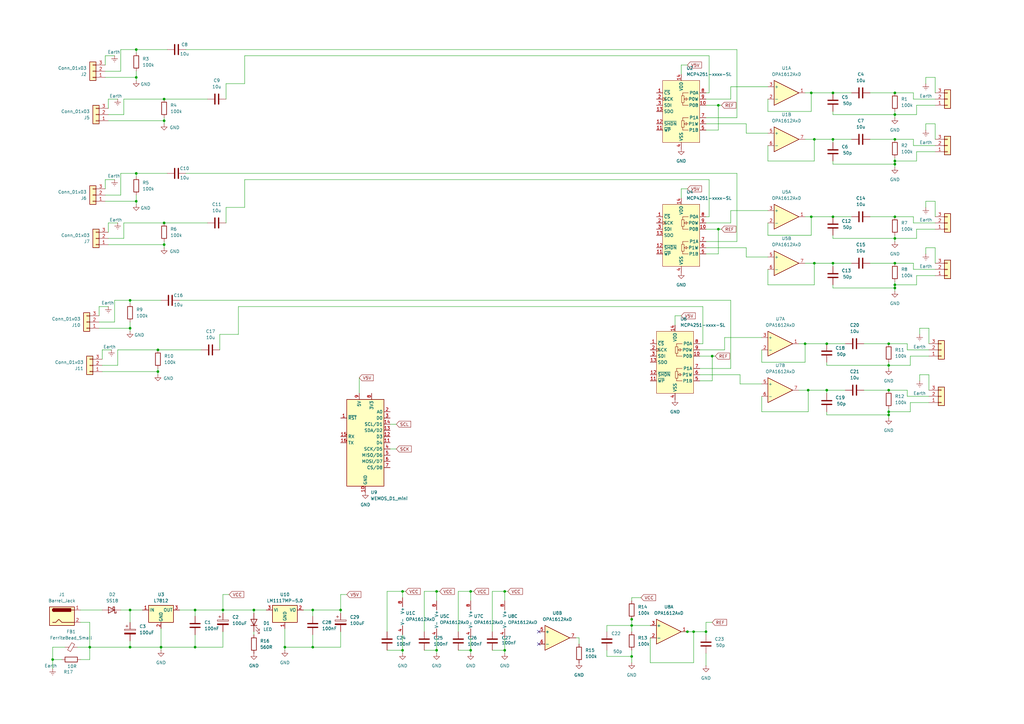
<source format=kicad_sch>
(kicad_sch (version 20250114) (generator "eeschema") (generator_version "9.0")
  (paper "A3")
  (junction (at 193.04 266.7))
  (junction (at 207.01 266.7))
  (junction (at 55.88 82.55))
  (junction (at 53.34 250.19))
  (junction (at 294.64 43.18))
  (junction (at 364.49 160.02))
  (junction (at 367.03 107.95))
  (junction (at 80.01 250.19))
  (junction (at 367.03 97.79))
  (junction (at 367.03 116.84))
  (junction (at 53.34 134.62))
  (junction (at 66.04 265.43))
  (junction (at 91.44 250.19))
  (junction (at 193.04 242.57))
  (junction (at 64.77 143.51))
  (junction (at 332.74 88.9))
  (junction (at 207.01 242.57))
  (junction (at 55.88 20.32))
  (junction (at 128.27 265.43))
  (junction (at 341.63 107.95))
  (junction (at 67.31 91.44))
  (junction (at 128.27 250.19))
  (junction (at 21.59 270.51))
  (junction (at 341.63 57.15))
  (junction (at 67.31 100.33))
  (junction (at 116.84 265.43))
  (junction (at 367.03 118.11))
  (junction (at 104.14 250.19))
  (junction (at 292.1 146.05))
  (junction (at 67.31 40.64))
  (junction (at 259.08 269.24))
  (junction (at 331.47 160.02))
  (junction (at 53.34 123.19))
  (junction (at 80.01 265.43))
  (junction (at 67.31 49.53))
  (junction (at 53.34 265.43))
  (junction (at 55.88 31.75))
  (junction (at 259.08 256.54))
  (junction (at 339.09 160.02))
  (junction (at 139.7 250.19))
  (junction (at 364.49 149.86))
  (junction (at 364.49 170.18))
  (junction (at 367.03 88.9))
  (junction (at 367.03 38.1))
  (junction (at 289.56 259.08))
  (junction (at 165.1 242.57))
  (junction (at 367.03 66.04))
  (junction (at 165.1 266.7))
  (junction (at 367.03 46.99))
  (junction (at 364.49 168.91))
  (junction (at 281.94 259.08))
  (junction (at 294.64 93.98))
  (junction (at 284.48 259.08))
  (junction (at 339.09 140.97))
  (junction (at 179.07 266.7))
  (junction (at 341.63 38.1))
  (junction (at 330.2 140.97))
  (junction (at 332.74 38.1))
  (junction (at 341.63 88.9))
  (junction (at 367.03 57.15))
  (junction (at 179.07 242.57))
  (junction (at 367.03 67.31))
  (junction (at 334.01 57.15))
  (junction (at 64.77 152.4))
  (junction (at 36.83 265.43))
  (junction (at 334.01 107.95))
  (junction (at 55.88 71.12))
  (junction (at 364.49 140.97))
  (junction (at 259.08 254))
  (no_connect (at 220.98 264.16))
  (no_connect (at 220.98 259.08))
  (wire (pts (xy 302.26 99.06) (xy 289.56 99.06)))
  (wire (pts (xy 339.09 160.02) (xy 346.71 160.02)))
  (wire (pts (xy 334.01 57.15) (xy 341.63 57.15)))
  (wire (pts (xy 297.18 138.43) (xy 297.18 143.51)))
  (wire (pts (xy 299.72 86.36) (xy 299.72 91.44)))
  (wire (pts (xy 367.03 97.79) (xy 375.92 97.79)))
  (wire (pts (xy 43.18 73.66) (xy 46.99 73.66)))
  (wire (pts (xy 43.18 77.47) (xy 43.18 73.66)))
  (wire (pts (xy 364.49 168.91) (xy 373.38 168.91)))
  (wire (pts (xy 374.65 40.64) (xy 374.65 38.1)))
  (wire (pts (xy 314.96 66.04) (xy 334.01 66.04)))
  (wire (pts (xy 50.8 91.44) (xy 67.31 91.44)))
  (wire (pts (xy 312.42 157.48) (xy 303.53 157.48)))
  (wire (pts (xy 21.59 274.32) (xy 21.59 270.51)))
  (wire (pts (xy 364.49 149.86) (xy 373.38 149.86)))
  (wire (pts (xy 292.1 255.27) (xy 289.56 255.27)))
  (wire (pts (xy 314.96 116.84) (xy 334.01 116.84)))
  (wire (pts (xy 339.09 170.18) (xy 364.49 170.18)))
  (wire (pts (xy 332.74 88.9) (xy 341.63 88.9)))
  (wire (pts (xy 187.96 259.08) (xy 187.96 242.57)))
  (wire (pts (xy 53.34 250.19) (xy 58.42 250.19)))
  (wire (pts (xy 53.34 123.19) (xy 53.34 124.46)))
  (wire (pts (xy 297.18 143.51) (xy 287.02 143.51)))
  (wire (pts (xy 50.8 46.99) (xy 50.8 40.64)))
  (wire (pts (xy 49.53 80.01) (xy 49.53 71.12)))
  (wire (pts (xy 289.56 267.97) (xy 289.56 273.05)))
  (wire (pts (xy 364.49 140.97) (xy 372.11 140.97)))
  (wire (pts (xy 299.72 86.36) (xy 314.96 86.36)))
  (wire (pts (xy 248.92 269.24) (xy 259.08 269.24)))
  (wire (pts (xy 165.1 242.57) (xy 165.1 245.11)))
  (wire (pts (xy 259.08 245.11) (xy 259.08 246.38)))
  (wire (pts (xy 248.92 256.54) (xy 259.08 256.54)))
  (wire (pts (xy 373.38 146.05) (xy 373.38 149.86)))
  (wire (pts (xy 248.92 259.08) (xy 248.92 256.54)))
  (wire (pts (xy 287.02 156.21) (xy 292.1 156.21)))
  (wire (pts (xy 33.02 255.27) (xy 36.83 255.27)))
  (wire (pts (xy 43.18 82.55) (xy 55.88 82.55)))
  (wire (pts (xy 207.01 266.7) (xy 207.01 261.62)))
  (wire (pts (xy 332.74 38.1) (xy 330.2 38.1)))
  (wire (pts (xy 44.45 44.45) (xy 44.45 40.64)))
  (wire (pts (xy 379.73 104.14) (xy 379.73 101.6)))
  (wire (pts (xy 379.73 101.6) (xy 383.54 101.6)))
  (wire (pts (xy 193.04 266.7) (xy 193.04 261.62)))
  (wire (pts (xy 367.03 118.11) (xy 367.03 116.84)))
  (wire (pts (xy 193.04 267.97) (xy 193.04 266.7)))
  (wire (pts (xy 375.92 43.18) (xy 375.92 46.99)))
  (wire (pts (xy 332.74 45.72) (xy 332.74 38.1)))
  (wire (pts (xy 259.08 254) (xy 259.08 256.54)))
  (wire (pts (xy 279.4 259.08) (xy 281.94 259.08)))
  (wire (pts (xy 367.03 68.58) (xy 367.03 67.31)))
  (wire (pts (xy 53.34 134.62) (xy 53.34 135.89)))
  (wire (pts (xy 67.31 48.26) (xy 67.31 49.53)))
  (wire (pts (xy 314.96 91.44) (xy 314.96 96.52)))
  (wire (pts (xy 281.94 259.08) (xy 284.48 259.08)))
  (wire (pts (xy 375.92 93.98) (xy 375.92 97.79)))
  (wire (pts (xy 302.26 20.32) (xy 302.26 48.26)))
  (wire (pts (xy 383.54 93.98) (xy 375.92 93.98)))
  (wire (pts (xy 55.88 71.12) (xy 68.58 71.12)))
  (wire (pts (xy 364.49 160.02) (xy 372.11 160.02)))
  (wire (pts (xy 44.45 95.25) (xy 44.45 91.44)))
  (wire (pts (xy 97.79 137.16) (xy 90.17 137.16)))
  (wire (pts (xy 339.09 148.59) (xy 339.09 149.86)))
  (wire (pts (xy 33.02 270.51) (xy 36.83 270.51)))
  (wire (pts (xy 367.03 107.95) (xy 374.65 107.95)))
  (wire (pts (xy 33.02 250.19) (xy 41.91 250.19)))
  (wire (pts (xy 104.14 259.08) (xy 104.14 260.35)))
  (wire (pts (xy 36.83 270.51) (xy 36.83 265.43)))
  (wire (pts (xy 90.17 137.16) (xy 90.17 143.51)))
  (wire (pts (xy 91.44 250.19) (xy 104.14 250.19)))
  (wire (pts (xy 41.91 147.32) (xy 41.91 143.51)))
  (wire (pts (xy 276.86 129.54) (xy 276.86 133.35)))
  (wire (pts (xy 259.08 269.24) (xy 259.08 271.78)))
  (wire (pts (xy 43.18 80.01) (xy 49.53 80.01)))
  (wire (pts (xy 193.04 242.57) (xy 193.04 246.38)))
  (wire (pts (xy 179.07 266.7) (xy 179.07 261.62)))
  (wire (pts (xy 44.45 91.44) (xy 48.26 91.44)))
  (wire (pts (xy 43.18 26.67) (xy 43.18 22.86)))
  (wire (pts (xy 381 143.51) (xy 372.11 143.51)))
  (wire (pts (xy 367.03 116.84) (xy 375.92 116.84)))
  (wire (pts (xy 339.09 160.02) (xy 339.09 161.29)))
  (wire (pts (xy 41.91 152.4) (xy 64.77 152.4)))
  (wire (pts (xy 160.02 184.15) (xy 162.56 184.15)))
  (wire (pts (xy 67.31 99.06) (xy 67.31 100.33)))
  (wire (pts (xy 303.53 153.67) (xy 287.02 153.67)))
  (wire (pts (xy 53.34 265.43) (xy 66.04 265.43)))
  (wire (pts (xy 341.63 57.15) (xy 349.25 57.15)))
  (wire (pts (xy 97.79 125.73) (xy 288.29 125.73)))
  (wire (pts (xy 314.96 40.64) (xy 314.96 45.72)))
  (wire (pts (xy 334.01 116.84) (xy 334.01 107.95)))
  (wire (pts (xy 44.45 40.64) (xy 48.26 40.64)))
  (wire (pts (xy 44.45 100.33) (xy 67.31 100.33)))
  (wire (pts (xy 36.83 265.43) (xy 53.34 265.43)))
  (wire (pts (xy 383.54 31.75) (xy 383.54 38.1)))
  (wire (pts (xy 173.99 259.08) (xy 173.99 242.57)))
  (wire (pts (xy 339.09 149.86) (xy 364.49 149.86)))
  (wire (pts (xy 201.93 266.7) (xy 207.01 266.7)))
  (wire (pts (xy 55.88 29.21) (xy 55.88 31.75)))
  (wire (pts (xy 306.07 50.8) (xy 289.56 50.8)))
  (wire (pts (xy 284.48 271.78) (xy 284.48 259.08)))
  (wire (pts (xy 373.38 165.1) (xy 373.38 168.91)))
  (wire (pts (xy 100.33 73.66) (xy 100.33 85.09)))
  (wire (pts (xy 312.42 162.56) (xy 312.42 168.91)))
  (wire (pts (xy 139.7 243.84) (xy 142.24 243.84)))
  (wire (pts (xy 80.01 265.43) (xy 91.44 265.43)))
  (wire (pts (xy 66.04 265.43) (xy 80.01 265.43)))
  (wire (pts (xy 330.2 140.97) (xy 339.09 140.97)))
  (wire (pts (xy 201.93 242.57) (xy 207.01 242.57)))
  (wire (pts (xy 379.73 82.55) (xy 383.54 82.55)))
  (wire (pts (xy 367.03 46.99) (xy 375.92 46.99)))
  (wire (pts (xy 165.1 266.7) (xy 165.1 260.35)))
  (wire (pts (xy 55.88 80.01) (xy 55.88 82.55)))
  (wire (pts (xy 116.84 265.43) (xy 128.27 265.43)))
  (wire (pts (xy 266.7 261.62) (xy 266.7 271.78)))
  (wire (pts (xy 158.75 266.7) (xy 165.1 266.7)))
  (wire (pts (xy 381 146.05) (xy 373.38 146.05)))
  (wire (pts (xy 85.09 40.64) (xy 67.31 40.64)))
  (wire (pts (xy 303.53 157.48) (xy 303.53 153.67)))
  (wire (pts (xy 367.03 46.99) (xy 367.03 45.72)))
  (wire (pts (xy 64.77 152.4) (xy 64.77 153.67)))
  (wire (pts (xy 334.01 66.04) (xy 334.01 57.15)))
  (wire (pts (xy 55.88 31.75) (xy 55.88 33.02)))
  (wire (pts (xy 46.99 132.08) (xy 46.99 123.19)))
  (wire (pts (xy 40.64 132.08) (xy 46.99 132.08)))
  (wire (pts (xy 302.26 71.12) (xy 302.26 99.06)))
  (wire (pts (xy 187.96 266.7) (xy 193.04 266.7)))
  (wire (pts (xy 50.8 97.79) (xy 50.8 91.44)))
  (wire (pts (xy 381 134.62) (xy 381 140.97)))
  (wire (pts (xy 367.03 119.38) (xy 367.03 118.11)))
  (wire (pts (xy 341.63 107.95) (xy 349.25 107.95)))
  (wire (pts (xy 187.96 242.57) (xy 193.04 242.57)))
  (wire (pts (xy 266.7 271.78) (xy 284.48 271.78)))
  (wire (pts (xy 334.01 107.95) (xy 341.63 107.95)))
  (wire (pts (xy 147.32 154.94) (xy 147.32 161.29)))
  (wire (pts (xy 289.56 260.35) (xy 289.56 259.08)))
  (wire (pts (xy 248.92 266.7) (xy 248.92 269.24)))
  (wire (pts (xy 289.56 38.1) (xy 290.83 38.1)))
  (wire (pts (xy 346.71 140.97) (xy 339.09 140.97)))
  (wire (pts (xy 100.33 22.86) (xy 290.83 22.86)))
  (wire (pts (xy 383.54 50.8) (xy 383.54 57.15)))
  (wire (pts (xy 377.19 153.67) (xy 381 153.67)))
  (wire (pts (xy 306.07 54.61) (xy 306.07 50.8)))
  (wire (pts (xy 279.4 26.67) (xy 279.4 30.48)))
  (wire (pts (xy 367.03 57.15) (xy 374.65 57.15)))
  (wire (pts (xy 40.64 134.62) (xy 53.34 134.62)))
  (wire (pts (xy 49.53 20.32) (xy 55.88 20.32)))
  (wire (pts (xy 180.34 242.57) (xy 179.07 242.57)))
  (wire (pts (xy 331.47 168.91) (xy 331.47 160.02)))
  (wire (pts (xy 173.99 266.7) (xy 179.07 266.7)))
  (wire (pts (xy 21.59 270.51) (xy 25.4 270.51)))
  (wire (pts (xy 43.18 22.86) (xy 46.99 22.86)))
  (wire (pts (xy 21.59 270.51) (xy 21.59 265.43)))
  (wire (pts (xy 332.74 96.52) (xy 332.74 88.9)))
  (wire (pts (xy 44.45 97.79) (xy 50.8 97.79)))
  (wire (pts (xy 179.07 242.57) (xy 179.07 246.38)))
  (wire (pts (xy 139.7 250.19) (xy 139.7 251.46)))
  (wire (pts (xy 294.64 53.34) (xy 294.64 43.18)))
  (wire (pts (xy 262.89 245.11) (xy 259.08 245.11)))
  (wire (pts (xy 289.56 43.18) (xy 294.64 43.18)))
  (wire (pts (xy 40.64 125.73) (xy 44.45 125.73)))
  (wire (pts (xy 364.49 171.45) (xy 364.49 170.18)))
  (wire (pts (xy 287.02 146.05) (xy 292.1 146.05)))
  (wire (pts (xy 314.96 110.49) (xy 314.96 116.84)))
  (wire (pts (xy 312.42 148.59) (xy 330.2 148.59)))
  (wire (pts (xy 356.87 57.15) (xy 367.03 57.15)))
  (wire (pts (xy 367.03 66.04) (xy 375.92 66.04)))
  (wire (pts (xy 80.01 260.35) (xy 80.01 265.43)))
  (wire (pts (xy 139.7 243.84) (xy 139.7 250.19)))
  (wire (pts (xy 160.02 173.99) (xy 162.56 173.99)))
  (wire (pts (xy 290.83 22.86) (xy 290.83 38.1)))
  (wire (pts (xy 289.56 104.14) (xy 294.64 104.14)))
  (wire (pts (xy 314.96 96.52) (xy 332.74 96.52)))
  (wire (pts (xy 259.08 256.54) (xy 266.7 256.54)))
  (wire (pts (xy 97.79 125.73) (xy 97.79 137.16)))
  (wire (pts (xy 76.2 71.12) (xy 302.26 71.12)))
  (wire (pts (xy 294.64 93.98) (xy 295.91 93.98)))
  (wire (pts (xy 100.33 22.86) (xy 100.33 34.29)))
  (wire (pts (xy 55.88 20.32) (xy 55.88 21.59)))
  (wire (pts (xy 100.33 73.66) (xy 290.83 73.66)))
  (wire (pts (xy 48.26 149.86) (xy 48.26 143.51)))
  (wire (pts (xy 41.91 143.51) (xy 45.72 143.51)))
  (wire (pts (xy 44.45 49.53) (xy 67.31 49.53)))
  (wire (pts (xy 67.31 49.53) (xy 67.31 50.8)))
  (wire (pts (xy 341.63 67.31) (xy 367.03 67.31)))
  (wire (pts (xy 48.26 143.51) (xy 64.77 143.51)))
  (wire (pts (xy 339.09 168.91) (xy 339.09 170.18)))
  (wire (pts (xy 289.56 53.34) (xy 294.64 53.34)))
  (wire (pts (xy 67.31 100.33) (xy 67.31 101.6)))
  (wire (pts (xy 375.92 113.03) (xy 375.92 116.84)))
  (wire (pts (xy 259.08 266.7) (xy 259.08 269.24)))
  (wire (pts (xy 292.1 146.05) (xy 293.37 146.05)))
  (wire (pts (xy 284.48 259.08) (xy 289.56 259.08)))
  (wire (pts (xy 377.19 137.16) (xy 377.19 134.62)))
  (wire (pts (xy 332.74 88.9) (xy 330.2 88.9)))
  (wire (pts (xy 367.03 99.06) (xy 367.03 97.79)))
  (wire (pts (xy 53.34 132.08) (xy 53.34 134.62)))
  (wire (pts (xy 379.73 34.29) (xy 379.73 31.75)))
  (wire (pts (xy 379.73 53.34) (xy 379.73 50.8)))
  (wire (pts (xy 383.54 110.49) (xy 374.65 110.49)))
  (wire (pts (xy 331.47 160.02) (xy 339.09 160.02)))
  (wire (pts (xy 314.96 54.61) (xy 306.07 54.61)))
  (wire (pts (xy 341.63 45.72) (xy 341.63 46.99)))
  (wire (pts (xy 116.84 265.43) (xy 116.84 266.7)))
  (wire (pts (xy 383.54 101.6) (xy 383.54 107.95)))
  (wire (pts (xy 341.63 46.99) (xy 367.03 46.99)))
  (wire (pts (xy 372.11 143.51) (xy 372.11 140.97)))
  (wire (pts (xy 104.14 250.19) (xy 109.22 250.19)))
  (wire (pts (xy 55.88 82.55) (xy 55.88 83.82)))
  (wire (pts (xy 259.08 256.54) (xy 259.08 259.08)))
  (wire (pts (xy 259.08 252.73) (xy 259.08 254)))
  (wire (pts (xy 377.19 134.62) (xy 381 134.62)))
  (wire (pts (xy 49.53 29.21) (xy 49.53 20.32)))
  (wire (pts (xy 341.63 66.04) (xy 341.63 67.31)))
  (wire (pts (xy 367.03 67.31) (xy 367.03 66.04)))
  (wire (pts (xy 372.11 162.56) (xy 372.11 160.02)))
  (wire (pts (xy 124.46 250.19) (xy 128.27 250.19)))
  (wire (pts (xy 128.27 250.19) (xy 139.7 250.19)))
  (wire (pts (xy 332.74 38.1) (xy 341.63 38.1)))
  (wire (pts (xy 383.54 91.44) (xy 374.65 91.44)))
  (wire (pts (xy 287.02 140.97) (xy 288.29 140.97)))
  (wire (pts (xy 55.88 20.32) (xy 68.58 20.32)))
  (wire (pts (xy 100.33 34.29) (xy 92.71 34.29)))
  (wire (pts (xy 91.44 243.84) (xy 93.98 243.84)))
  (wire (pts (xy 294.64 43.18) (xy 295.91 43.18)))
  (wire (pts (xy 207.01 242.57) (xy 207.01 246.38)))
  (wire (pts (xy 367.03 88.9) (xy 374.65 88.9)))
  (wire (pts (xy 379.73 31.75) (xy 383.54 31.75)))
  (wire (pts (xy 236.22 261.62) (xy 237.49 261.62)))
  (wire (pts (xy 80.01 250.19) (xy 91.44 250.19)))
  (wire (pts (xy 299.72 35.56) (xy 314.96 35.56)))
  (wire (pts (xy 49.53 250.19) (xy 53.34 250.19)))
  (wire (pts (xy 193.04 242.57) (xy 194.31 242.57)))
  (wire (pts (xy 364.49 151.13) (xy 364.49 149.86)))
  (wire (pts (xy 341.63 97.79) (xy 367.03 97.79)))
  (wire (pts (xy 207.01 242.57) (xy 208.28 242.57)))
  (wire (pts (xy 100.33 85.09) (xy 92.71 85.09)))
  (wire (pts (xy 128.27 252.73) (xy 128.27 250.19)))
  (wire (pts (xy 36.83 255.27) (xy 36.83 265.43)))
  (wire (pts (xy 40.64 129.54) (xy 40.64 125.73)))
  (wire (pts (xy 383.54 82.55) (xy 383.54 88.9)))
  (wire (pts (xy 341.63 96.52) (xy 341.63 97.79)))
  (wire (pts (xy 41.91 149.86) (xy 48.26 149.86)))
  (wire (pts (xy 179.07 267.97) (xy 179.07 266.7)))
  (wire (pts (xy 53.34 250.19) (xy 53.34 255.27)))
  (wire (pts (xy 312.42 168.91) (xy 331.47 168.91)))
  (wire (pts (xy 364.49 149.86) (xy 364.49 148.59)))
  (wire (pts (xy 367.03 66.04) (xy 367.03 64.77)))
  (wire (pts (xy 82.55 143.51) (xy 64.77 143.51)))
  (wire (pts (xy 53.34 262.89) (xy 53.34 265.43)))
  (wire (pts (xy 91.44 250.19) (xy 91.44 251.46)))
  (wire (pts (xy 374.65 110.49) (xy 374.65 107.95)))
  (wire (pts (xy 31.75 265.43) (xy 36.83 265.43)))
  (wire (pts (xy 158.75 259.08) (xy 158.75 242.57)))
  (wire (pts (xy 314.96 59.69) (xy 314.96 66.04)))
  (wire (pts (xy 49.53 71.12) (xy 55.88 71.12)))
  (wire (pts (xy 66.04 265.43) (xy 66.04 257.81)))
  (wire (pts (xy 91.44 259.08) (xy 91.44 265.43)))
  (wire (pts (xy 367.03 97.79) (xy 367.03 96.52)))
  (wire (pts (xy 207.01 267.97) (xy 207.01 266.7)))
  (wire (pts (xy 128.27 260.35) (xy 128.27 265.43)))
  (wire (pts (xy 289.56 88.9) (xy 290.83 88.9)))
  (wire (pts (xy 279.4 77.47) (xy 279.4 81.28)))
  (wire (pts (xy 288.29 125.73) (xy 288.29 140.97)))
  (wire (pts (xy 383.54 43.18) (xy 375.92 43.18)))
  (wire (pts (xy 364.49 170.18) (xy 364.49 168.91)))
  (wire (pts (xy 383.54 59.69) (xy 374.65 59.69)))
  (wire (pts (xy 349.25 38.1) (xy 341.63 38.1)))
  (wire (pts (xy 299.72 151.13) (xy 287.02 151.13)))
  (wire (pts (xy 80.01 252.73) (xy 80.01 250.19)))
  (wire (pts (xy 299.72 123.19) (xy 299.72 151.13)))
  (wire (pts (xy 91.44 243.84) (xy 91.44 250.19)))
  (wire (pts (xy 76.2 20.32) (xy 302.26 20.32)))
  (wire (pts (xy 297.18 138.43) (xy 312.42 138.43)))
  (wire (pts (xy 377.19 156.21) (xy 377.19 153.67)))
  (wire (pts (xy 294.64 104.14) (xy 294.64 93.98)))
  (wire (pts (xy 383.54 40.64) (xy 374.65 40.64)))
  (wire (pts (xy 201.93 259.08) (xy 201.93 242.57)))
  (wire (pts (xy 354.33 140.97) (xy 364.49 140.97)))
  (wire (pts (xy 341.63 116.84) (xy 341.63 118.11)))
  (wire (pts (xy 379.73 85.09) (xy 379.73 82.55)))
  (wire (pts (xy 334.01 107.95) (xy 330.2 107.95)))
  (wire (pts (xy 104.14 250.19) (xy 104.14 251.46)))
  (wire (pts (xy 374.65 59.69) (xy 374.65 57.15)))
  (wire (pts (xy 73.66 123.19) (xy 299.72 123.19)))
  (wire (pts (xy 354.33 160.02) (xy 364.49 160.02)))
  (wire (pts (xy 356.87 88.9) (xy 367.03 88.9)))
  (wire (pts (xy 314.96 105.41) (xy 306.07 105.41)))
  (wire (pts (xy 330.2 148.59) (xy 330.2 140.97)))
  (wire (pts (xy 43.18 29.21) (xy 49.53 29.21)))
  (wire (pts (xy 330.2 140.97) (xy 327.66 140.97)))
  (wire (pts (xy 334.01 57.15) (xy 330.2 57.15)))
  (wire (pts (xy 367.03 116.84) (xy 367.03 115.57)))
  (wire (pts (xy 381 165.1) (xy 373.38 165.1)))
  (wire (pts (xy 314.96 45.72) (xy 332.74 45.72)))
  (wire (pts (xy 289.56 255.27) (xy 289.56 259.08)))
  (wire (pts (xy 281.94 26.67) (xy 279.4 26.67)))
  (wire (pts (xy 165.1 242.57) (xy 166.37 242.57)))
  (wire (pts (xy 341.63 118.11) (xy 367.03 118.11)))
  (wire (pts (xy 302.26 48.26) (xy 289.56 48.26)))
  (wire (pts (xy 306.07 105.41) (xy 306.07 101.6)))
  (wire (pts (xy 341.63 107.95) (xy 341.63 109.22)))
  (wire (pts (xy 173.99 242.57) (xy 179.07 242.57)))
  (wire (pts (xy 128.27 265.43) (xy 139.7 265.43)))
  (wire (pts (xy 237.49 261.62) (xy 237.49 264.16)))
  (wire (pts (xy 165.1 267.97) (xy 165.1 266.7)))
  (wire (pts (xy 92.71 85.09) (xy 92.71 91.44)))
  (wire (pts (xy 292.1 156.21) (xy 292.1 146.05)))
  (wire (pts (xy 341.63 57.15) (xy 341.63 58.42)))
  (wire (pts (xy 306.07 101.6) (xy 289.56 101.6)))
  (wire (pts (xy 139.7 259.08) (xy 139.7 265.43)))
  (wire (pts (xy 21.59 265.43) (xy 26.67 265.43)))
  (wire (pts (xy 66.04 266.7) (xy 66.04 265.43)))
  (wire (pts (xy 381 153.67) (xy 381 160.02)))
  (wire (pts (xy 281.94 77.47) (xy 279.4 77.47)))
  (wire (pts (xy 279.4 129.54) (xy 276.86 129.54)))
  (wire (pts (xy 55.88 71.12) (xy 55.88 72.39)))
  (wire (pts (xy 381 162.56) (xy 372.11 162.56)))
  (wire (pts (xy 290.83 73.66) (xy 290.83 88.9)))
  (wire (pts (xy 85.09 91.44) (xy 67.31 91.44)))
  (wire (pts (xy 73.66 250.19) (xy 80.01 250.19)))
  (wire (pts (xy 46.99 123.19) (xy 53.34 123.19)))
  (wire (pts (xy 53.34 123.19) (xy 66.04 123.19)))
  (wire (pts (xy 356.87 107.95) (xy 367.03 107.95)))
  (wire (pts (xy 383.54 113.03) (xy 375.92 113.03)))
  (wire (pts (xy 349.25 88.9) (xy 341.63 88.9)))
  (wire (pts (xy 331.47 160.02) (xy 327.66 160.02)))
  (wire (pts (xy 43.18 31.75) (xy 55.88 31.75)))
  (wire (pts (xy 367.03 48.26) (xy 367.03 46.99)))
  (wire (pts (xy 64.77 151.13) (xy 64.77 152.4)))
  (wire (pts (xy 375.92 62.23) (xy 375.92 66.04)))
  (wire (pts (xy 374.65 91.44) (xy 374.65 88.9)))
  (wire (pts (xy 367.03 38.1) (xy 374.65 38.1)))
  (wire (pts (xy 289.56 93.98) (xy 294.64 93.98)))
  (wire (pts (xy 312.42 143.51) (xy 312.42 148.59)))
  (wire (pts (xy 383.54 62.23) (xy 375.92 62.23)))
  (wire (pts (xy 50.8 40.64) (xy 67.31 40.64)))
  (wire (pts (xy 356.87 38.1) (xy 367.03 38.1)))
  (wire (pts (xy 299.72 91.44) (xy 289.56 91.44)))
  (wire (pts (xy 299.72 40.64) (xy 289.56 40.64)))
  (wire (pts (xy 116.84 257.81) (xy 116.84 265.43)))
  (wire (pts (xy 364.49 168.91) (xy 364.49 167.64)))
  (wire (pts (xy 299.72 35.56) (xy 299.72 40.64)))
  (wire (pts (xy 158.75 242.57) (xy 165.1 242.57)))
  (wire (pts (xy 92.71 34.29) (xy 92.71 40.64)))
  (wire (pts (xy 379.73 50.8) (xy 383.54 50.8)))
  (wire (pts (xy 44.45 46.99) (xy 50.8 46.99)))
  (global_label "VCC" (shape input) (at 262.89 245.11 0) (property "Intersheetrefs" "${INTERSHEET_REFS}" (effects (hide yes))))
  (global_label "REF" (shape input) (at 295.91 43.18 0) (property "Intersheetrefs" "${INTERSHEET_REFS}" (effects (hide yes))))
  (global_label "V5V" (shape input) (at 279.4 129.54 0) (property "Intersheetrefs" "${INTERSHEET_REFS}" (effects (hide yes))))
  (global_label "VCC" (shape input) (at 166.37 242.57 0) (property "Intersheetrefs" "${INTERSHEET_REFS}" (effects (hide yes))))
  (global_label "VCC" (shape input) (at 208.28 242.57 0) (property "Intersheetrefs" "${INTERSHEET_REFS}" (effects (hide yes))))
  (global_label "VCC" (shape input) (at 194.31 242.57 0) (property "Intersheetrefs" "${INTERSHEET_REFS}" (effects (hide yes))))
  (global_label "VCC" (shape input) (at 180.34 242.57 0) (property "Intersheetrefs" "${INTERSHEET_REFS}" (effects (hide yes))))
  (global_label "REF" (shape input) (at 293.37 146.05 0) (property "Intersheetrefs" "${INTERSHEET_REFS}" (effects (hide yes))))
  (global_label "REF" (shape input) (at 292.1 255.27 0) (property "Intersheetrefs" "${INTERSHEET_REFS}" (effects (hide yes))))
  (global_label "SCL" (shape input) (at 162.56 173.99 0) (property "Intersheetrefs" "${INTERSHEET_REFS}" (effects (hide yes))))
  (global_label "REF" (shape input) (at 295.91 93.98 0) (property "Intersheetrefs" "${INTERSHEET_REFS}" (effects (hide yes))))
  (global_label "V5V" (shape input) (at 147.32 154.94 0) (property "Intersheetrefs" "${INTERSHEET_REFS}" (effects (hide yes))))
  (global_label "VCC" (shape input) (at 93.98 243.84 0) (property "Intersheetrefs" "${INTERSHEET_REFS}" (effects (hide yes))))
  (global_label "V5V" (shape input) (at 281.94 77.47 0) (property "Intersheetrefs" "${INTERSHEET_REFS}" (effects (hide yes))))
  (global_label "V5V" (shape input) (at 281.94 26.67 0) (property "Intersheetrefs" "${INTERSHEET_REFS}" (effects (hide yes))))
  (global_label "V5V" (shape input) (at 142.24 243.84 0) (property "Intersheetrefs" "${INTERSHEET_REFS}" (effects (hide yes))))
  (global_label "SCK" (shape input) (at 162.56 184.15 0) (property "Intersheetrefs" "${INTERSHEET_REFS}" (effects (hide yes))))
  (symbol (lib_id "Device:C") (at 350.52 140.97 90) (unit 1)
    (property "Reference" "C20" (at 350.52 133.35 90))
    (property "Value" "10u" (at 350.52 135.89 90))
    (property "Footprint" "Capacitor_SMD:C_1210_3225Metric_Pad1.33x2.70mm_HandSolder" (effects (hide yes)))
    (property "Description" "Unpolarized capacitor" (effects (hide yes)))
  )
  (symbol (lib_id "power:Earth") (at 48.26 91.44 0) (unit 1)
    (property "Reference" "#PWR019" (effects (hide yes)))
    (property "Value" "Earth" (at 47.498 90.17 0))
    (property "Description" "Power symbol creates a global label with name \"Earth\"" (effects (hide yes)))
  )
  (symbol (lib_id "RF_Module:WEMOS_D1_mini") (at 149.86 181.61 0) (unit 1)
    (property "Reference" "U9" (at 152.0033 201.93 0) (effects (justify left)))
    (property "Value" "WEMOS_D1_mini" (at 152.0033 204.47 0) (effects (justify left)))
    (property "Footprint" "RF_Module:WEMOS_D1_mini_light" (effects (hide yes)))
    (property "Datasheet" "https://wiki.wemos.cc/products:d1:d1_mini#documentation" (effects (hide yes)))
    (property "Description" "32-bit microcontroller module with WiFi" (effects (hide yes)))
  )
  (symbol (lib_id "Potentiometer_Digital:MCP4251-xxxx-SL") (at 279.4 96.52 0) (unit 1)
    (property "Reference" "U4" (at 281.5433 78.74 0) (effects (justify left)))
    (property "Value" "MCP4251-xxxx-SL" (at 281.5433 81.28 0) (effects (justify left)))
    (property "Footprint" "Package_SO:SOIC-14_3.9x8.7mm_P1.27mm" (effects (hide yes)))
    (property "Datasheet" "http://ww1.microchip.com/downloads/en/devicedoc/22060b.pdf" (effects (hide yes)))
    (property "Description" "Dual 8 Bit Digital Pot, SPI, Volatile Memory, SOIC-14" (effects (hide yes)))
  )
  (symbol (lib_id "Device:C") (at 88.9 40.64 90) (unit 1)
    (property "Reference" "C9" (at 88.9 33.02 90))
    (property "Value" "10u" (at 88.9 35.56 90))
    (property "Footprint" "Capacitor_SMD:C_1210_3225Metric_Pad1.33x2.70mm_HandSolder" (effects (hide yes)))
    (property "Description" "Unpolarized capacitor" (effects (hide yes)))
  )
  (symbol (lib_id "Device:R") (at 367.03 41.91 0) (unit 1)
    (property "Reference" "R1" (at 369.57 40.6399 0) (effects (justify left)))
    (property "Value" "100k" (at 369.57 43.1799 0) (effects (justify left)))
    (property "Footprint" "Resistor_SMD:R_0805_2012Metric" (effects (hide yes)))
    (property "Description" "Resistor" (effects (hide yes)))
  )
  (symbol (lib_id "power:GND") (at 367.03 48.26 0) (unit 1)
    (property "Reference" "#PWR09" (effects (hide yes)))
    (property "Value" "GND" (at 367.03 53.34 0))
    (property "Description" "Power symbol creates a global label with name \"GND\" , ground" (effects (hide yes)))
  )
  (symbol (lib_id "Device:C") (at 350.52 160.02 90) (unit 1)
    (property "Reference" "C21" (at 350.52 152.4 90))
    (property "Value" "10u" (at 350.52 154.94 90))
    (property "Footprint" "Capacitor_SMD:C_1210_3225Metric_Pad1.33x2.70mm_HandSolder" (effects (hide yes)))
    (property "Description" "Unpolarized capacitor" (effects (hide yes)))
  )
  (symbol (lib_id "Device:C") (at 341.63 92.71 180) (unit 1)
    (property "Reference" "C12" (at 345.186 90.678 0) (effects (justify right)))
    (property "Value" "50p" (at 345.694 93.218 0) (effects (justify right)))
    (property "Footprint" "Capacitor_SMD:C_0805_2012Metric_Pad1.18x1.45mm_HandSolder" (effects (hide yes)))
    (property "Description" "Unpolarized capacitor" (effects (hide yes)))
  )
  (symbol (lib_id "Connector_Generic:Conn_01x03") (at 39.37 46.99 180) (unit 1)
    (property "Reference" "J5" (at 36.83 48.2601 0) (effects (justify left)))
    (property "Value" "Conn_01x03" (at 36.83 45.7201 0) (effects (justify left)))
    (property "Footprint" "Connector_PinHeader_1.00mm:PinHeader_1x03_P1.00mm_Vertical" (effects (hide yes)))
    (property "Description" "Generic connector, single row, 01x03, script generated (kicad-library-utils/schlib/autogen/connector/)" (effects (hide yes)))
  )
  (symbol (lib_id "power:GND") (at -40.64 2029.46 0) (unit 1)
    (property "Reference" "#PWR05" (effects (hide yes)))
    (property "Value" "GND" (at -40.64 2034.54 0))
    (property "Description" "Power symbol creates a global label with name \"GND\" , ground" (effects (hide yes)))
  )
  (symbol (lib_id "Connector_Generic:Conn_01x03") (at 386.08 162.56 0) (mirror x) (unit 1)
    (property "Reference" "J13" (effects (hide yes)))
    (property "Value" "Conn_01x03" (effects (hide yes)))
    (property "Footprint" "Connector_PinHeader_1.00mm:PinHeader_1x03_P1.00mm_Vertical" (effects (hide yes)))
    (property "Description" "Generic connector, single row, 01x03, script generated (kicad-library-utils/schlib/autogen/connector/)" (effects (hide yes)))
  )
  (symbol (lib_id "power:GND") (at 279.4 111.76 0) (unit 1)
    (property "Reference" "#PWR022" (effects (hide yes)))
    (property "Value" "GND" (at 279.4 116.84 0))
    (property "Description" "Power symbol creates a global label with name \"GND\" , ground" (effects (hide yes)))
  )
  (symbol (lib_id "Connector_Generic:Conn_01x03") (at 36.83 149.86 180) (unit 1)
    (property "Reference" "J11" (at 34.29 151.1301 0) (effects (justify left)))
    (property "Value" "Conn_01x03" (at 34.29 148.5901 0) (effects (justify left)))
    (property "Footprint" "Connector_PinHeader_1.00mm:PinHeader_1x03_P1.00mm_Vertical" (effects (hide yes)))
    (property "Description" "Generic connector, single row, 01x03, script generated (kicad-library-utils/schlib/autogen/connector/)" (effects (hide yes)))
  )
  (symbol (lib_id "power:GND") (at -39.37 1987.55 0) (unit 1)
    (property "Reference" "#PWR04" (effects (hide yes)))
    (property "Value" "GND" (at -39.37 1992.63 0))
    (property "Description" "Power symbol creates a global label with name \"GND\" , ground" (effects (hide yes)))
  )
  (symbol (lib_id "power:Earth") (at 44.45 125.73 0) (unit 1)
    (property "Reference" "#PWR027" (effects (hide yes)))
    (property "Value" "Earth" (at 44.196 124.206 0))
    (property "Description" "Power symbol creates a global label with name \"Earth\"" (effects (hide yes)))
  )
  (symbol (lib_id "power:GNDPWR") (at -7400.29 3649.98 0) (unit 1)
    (property "Reference" "#PWR07" (effects (hide yes)))
    (property "Value" "GNDPWR" (at -7400.417 3653.79 0))
    (property "Description" "Power symbol creates a global label with name \"GNDPWR\" , global ground" (effects (hide yes)))
  )
  (symbol (lib_id "Device:R") (at 237.49 267.97 0) (unit 1)
    (property "Reference" "R15" (at 240.03 266.6999 0) (effects (justify left)))
    (property "Value" "100k" (at 240.03 269.2399 0) (effects (justify left)))
    (property "Footprint" "Resistor_SMD:R_0805_2012Metric" (effects (hide yes)))
    (property "Description" "Resistor" (effects (hide yes)))
  )
  (symbol (lib_id "power:GNDPWR") (at -6755.13 6305.55 0) (unit 1)
    (property "Reference" "#PWR06" (effects (hide yes)))
    (property "Value" "GNDPWR" (at -6755.257 6309.36 0))
    (property "Description" "Power symbol creates a global label with name \"GNDPWR\" , global ground" (effects (hide yes)))
  )
  (symbol (lib_id "power:GND") (at 149.86 201.93 0) (unit 1)
    (property "Reference" "#PWR043" (effects (hide yes)))
    (property "Value" "GND" (at 149.86 207.01 0))
    (property "Description" "Power symbol creates a global label with name \"GND\" , ground" (effects (hide yes)))
  )
  (symbol (lib_id "Device:R") (at 55.88 25.4 0) (unit 1)
    (property "Reference" "R3" (at 58.42 24.1299 0) (effects (justify left)))
    (property "Value" "100k" (at 58.42 26.6699 0) (effects (justify left)))
    (property "Footprint" "Resistor_SMD:R_0805_2012Metric" (effects (hide yes)))
    (property "Description" "Resistor" (effects (hide yes)))
  )
  (symbol (lib_id "Device:C") (at 289.56 264.16 180) (unit 1)
    (property "Reference" "C23" (at 293.116 262.128 0) (effects (justify right)))
    (property "Value" "50p" (at 293.624 264.668 0) (effects (justify right)))
    (property "Footprint" "Capacitor_SMD:C_0805_2012Metric_Pad1.18x1.45mm_HandSolder" (effects (hide yes)))
    (property "Description" "Unpolarized capacitor" (effects (hide yes)))
  )
  (symbol (lib_id "power:GND") (at 29.21 2109.47 0) (unit 1)
    (property "Reference" "#PWR03" (effects (hide yes)))
    (property "Value" "GND" (at 29.21 2114.55 0))
    (property "Description" "Power symbol creates a global label with name \"GND\" , ground" (effects (hide yes)))
  )
  (symbol (lib_id "Device:R") (at 53.34 128.27 0) (unit 1)
    (property "Reference" "R9" (at 55.88 126.9999 0) (effects (justify left)))
    (property "Value" "100k" (at 55.88 129.5399 0) (effects (justify left)))
    (property "Footprint" "Resistor_SMD:R_0805_2012Metric" (effects (hide yes)))
    (property "Description" "Resistor" (effects (hide yes)))
  )
  (symbol (lib_id "power:Earth") (at 48.26 40.64 0) (unit 1)
    (property "Reference" "#PWR017" (effects (hide yes)))
    (property "Value" "Earth" (at 47.498 39.37 0))
    (property "Description" "Power symbol creates a global label with name \"Earth\"" (effects (hide yes)))
  )
  (symbol (lib_id "Potentiometer_Digital:MCP4251-xxxx-SL") (at 276.86 148.59 0) (unit 1)
    (property "Reference" "U6" (at 279.0033 130.81 0) (effects (justify left)))
    (property "Value" "MCP4251-xxxx-SL" (at 279.0033 133.35 0) (effects (justify left)))
    (property "Footprint" "Package_SO:SOIC-14_3.9x8.7mm_P1.27mm" (effects (hide yes)))
    (property "Datasheet" "http://ww1.microchip.com/downloads/en/devicedoc/22060b.pdf" (effects (hide yes)))
    (property "Description" "Dual 8 Bit Digital Pot, SPI, Volatile Memory, SOIC-14" (effects (hide yes)))
  )
  (symbol (lib_id "Device:C") (at 353.06 107.95 90) (unit 1)
    (property "Reference" "C15" (at 353.06 100.33 90))
    (property "Value" "10u" (at 353.06 102.87 90))
    (property "Footprint" "Capacitor_SMD:C_1210_3225Metric_Pad1.33x2.70mm_HandSolder" (effects (hide yes)))
    (property "Description" "Unpolarized capacitor" (effects (hide yes)))
  )
  (symbol (lib_id "Device:R") (at 259.08 250.19 0) (unit 1)
    (property "Reference" "R14" (at 261.62 248.9199 0) (effects (justify left)))
    (property "Value" "100k" (at 261.62 251.4599 0) (effects (justify left)))
    (property "Footprint" "Resistor_SMD:R_0805_2012Metric" (effects (hide yes)))
    (property "Description" "Resistor" (effects (hide yes)))
  )
  (symbol (lib_id "power:GND") (at 116.84 266.7 0) (unit 1)
    (property "Reference" "#PWR042" (effects (hide yes)))
    (property "Value" "GND" (at 116.84 271.78 0))
    (property "Description" "Power symbol creates a global label with name \"GND\" , ground" (effects (hide yes)))
  )
  (symbol (lib_id "Connector_Generic:Conn_01x03") (at 38.1 80.01 180) (unit 1)
    (property "Reference" "J6" (at 35.56 81.2801 0) (effects (justify left)))
    (property "Value" "Conn_01x03" (at 35.56 78.7401 0) (effects (justify left)))
    (property "Footprint" "Connector_PinHeader_1.00mm:PinHeader_1x03_P1.00mm_Vertical" (effects (hide yes)))
    (property "Description" "Generic connector, single row, 01x03, script generated (kicad-library-utils/schlib/autogen/connector/)" (effects (hide yes)))
  )
  (symbol (lib_id "Device:C") (at 353.06 38.1 90) (unit 1)
    (property "Reference" "C4" (at 353.06 30.48 90))
    (property "Value" "10u" (at 353.06 33.02 90))
    (property "Footprint" "Capacitor_SMD:C_1210_3225Metric_Pad1.33x2.70mm_HandSolder" (effects (hide yes)))
    (property "Description" "Unpolarized capacitor" (effects (hide yes)))
  )
  (symbol (lib_id "Amplifier_Operational:OPA1612AxD") (at 322.58 57.15 0) (unit 2)
    (property "Reference" "U1" (at 322.58 46.99 0))
    (property "Value" "OPA1612AxD" (at 322.58 49.53 0))
    (property "Footprint" "Package_SO:SOIC-8_3.9x4.9mm_P1.27mm" (effects (hide yes)))
    (property "Datasheet" "http://www.ti.com/lit/ds/symlink/opa1612.pdf" (effects (hide yes)))
    (property "Description" "Dual SoundPlus High Performance, Bipolar-Input Audio Operational Amplifiers, SOIC-8" (effects (hide yes)))
  )
  (symbol (lib_id "Device:R") (at 367.03 92.71 0) (unit 1)
    (property "Reference" "R7" (at 369.57 91.4399 0) (effects (justify left)))
    (property "Value" "100k" (at 369.57 93.9799 0) (effects (justify left)))
    (property "Footprint" "Resistor_SMD:R_0805_2012Metric" (effects (hide yes)))
    (property "Description" "Resistor" (effects (hide yes)))
  )
  (symbol (lib_id "power:Earth") (at 379.73 104.14 0) (unit 1)
    (property "Reference" "#PWR026" (effects (hide yes)))
    (property "Value" "Earth" (at 379.73 109.22 0))
    (property "Description" "Power symbol creates a global label with name \"Earth\"" (effects (hide yes)))
  )
  (symbol (lib_id "power:GND") (at -29429.71 33835.34 0) (unit 1)
    (property "Reference" "#PWR08" (effects (hide yes)))
    (property "Value" "GND" (at -29429.71 33840.42 0))
    (property "Description" "Power symbol creates a global label with name \"GND\" , ground" (effects (hide yes)))
  )
  (symbol (lib_id "power:GND") (at 66.04 266.7 0) (unit 1)
    (property "Reference" "#PWR01" (effects (hide yes)))
    (property "Value" "GND" (at 66.04 271.78 0))
    (property "Description" "Power symbol creates a global label with name \"GND\" , ground" (effects (hide yes)))
  )
  (symbol (lib_id "Connector_Generic:Conn_01x03") (at 39.37 97.79 180) (unit 1)
    (property "Reference" "J7" (at 36.83 99.0601 0) (effects (justify left)))
    (property "Value" "Conn_01x03" (at 36.83 96.5201 0) (effects (justify left)))
    (property "Footprint" "Connector_PinHeader_1.00mm:PinHeader_1x03_P1.00mm_Vertical" (effects (hide yes)))
    (property "Description" "Generic connector, single row, 01x03, script generated (kicad-library-utils/schlib/autogen/connector/)" (effects (hide yes)))
  )
  (symbol (lib_id "power:GND") (at 53.34 135.89 0) (unit 1)
    (property "Reference" "#PWR029" (effects (hide yes)))
    (property "Value" "GND" (at 57.15 137.414 0))
    (property "Description" "Power symbol creates a global label with name \"GND\" , ground" (effects (hide yes)))
  )
  (symbol (lib_id "Device:C") (at 80.01 256.54 0) (unit 1)
    (property "Reference" "C1" (at 83.82 255.2699 0) (effects (justify left)))
    (property "Value" "100nF" (at 83.82 257.8099 0) (effects (justify left)))
    (property "Footprint" "Capacitor_SMD:C_0805_2012Metric_Pad1.18x1.45mm_HandSolder" (effects (hide yes)))
    (property "Description" "Unpolarized capacitor" (effects (hide yes)))
  )
  (symbol (lib_id "Device:C") (at 72.39 20.32 90) (unit 1)
    (property "Reference" "C8" (at 75.692 18.288 90))
    (property "Value" "10u" (at 75.692 22.098 90))
    (property "Footprint" "Capacitor_SMD:C_1210_3225Metric_Pad1.33x2.70mm_HandSolder" (effects (hide yes)))
    (property "Description" "Unpolarized capacitor" (effects (hide yes)))
  )
  (symbol (lib_id "power:GND") (at 179.07 267.97 0) (unit 1)
    (property "Reference" "#PWR036" (effects (hide yes)))
    (property "Value" "GND" (at 179.07 273.05 0))
    (property "Description" "Power symbol creates a global label with name \"GND\" , ground" (effects (hide yes)))
  )
  (symbol (lib_id "Amplifier_Operational:OPA1612AxD") (at 167.64 252.73 0) (unit 3)
    (property "Reference" "U1" (at 166.37 251.4599 0) (effects (justify left)))
    (property "Value" "OPA1612AxD" (at 166.37 253.9999 0) (effects (justify left)))
    (property "Footprint" "Package_SO:SOIC-8_3.9x4.9mm_P1.27mm" (effects (hide yes)))
    (property "Datasheet" "http://www.ti.com/lit/ds/symlink/opa1612.pdf" (effects (hide yes)))
    (property "Description" "Dual SoundPlus High Performance, Bipolar-Input Audio Operational Amplifiers, SOIC-8" (effects (hide yes)))
  )
  (symbol (lib_id "Device:R") (at 67.31 95.25 0) (unit 1)
    (property "Reference" "R6" (at 69.85 93.9799 0) (effects (justify left)))
    (property "Value" "100k" (at 69.85 96.5199 0) (effects (justify left)))
    (property "Footprint" "Resistor_SMD:R_0805_2012Metric" (effects (hide yes)))
    (property "Description" "Resistor" (effects (hide yes)))
  )
  (symbol (lib_id "power:Earth") (at 379.73 85.09 0) (unit 1)
    (property "Reference" "#PWR025" (effects (hide yes)))
    (property "Value" "Earth" (at 379.73 90.17 0))
    (property "Description" "Power symbol creates a global label with name \"Earth\"" (effects (hide yes)))
  )
  (symbol (lib_id "Device:R") (at 259.08 262.89 0) (unit 1)
    (property "Reference" "R13" (at 261.62 261.6199 0) (effects (justify left)))
    (property "Value" "100k" (at 261.62 264.1599 0) (effects (justify left)))
    (property "Footprint" "Resistor_SMD:R_0805_2012Metric" (effects (hide yes)))
    (property "Description" "Resistor" (effects (hide yes)))
  )
  (symbol (lib_id "Device:C") (at 158.75 262.89 0) (unit 1)
    (property "Reference" "C24" (at 162.56 261.6199 0) (effects (justify left)))
    (property "Value" "100nF" (at 162.56 264.1599 0) (effects (justify left)))
    (property "Footprint" "Capacitor_SMD:C_0805_2012Metric" (effects (hide yes)))
    (property "Description" "Unpolarized capacitor" (effects (hide yes)))
  )
  (symbol (lib_id "Device:C") (at 86.36 143.51 90) (unit 1)
    (property "Reference" "C17" (at 86.36 135.89 90))
    (property "Value" "10u" (at 86.36 138.43 90))
    (property "Footprint" "Capacitor_SMD:C_1210_3225Metric_Pad1.33x2.70mm_HandSolder" (effects (hide yes)))
    (property "Description" "Unpolarized capacitor" (effects (hide yes)))
  )
  (symbol (lib_id "Device:C") (at 353.06 88.9 90) (unit 1)
    (property "Reference" "C14" (at 353.06 81.28 90))
    (property "Value" "10u" (at 353.06 83.82 90))
    (property "Footprint" "Capacitor_SMD:C_1210_3225Metric_Pad1.33x2.70mm_HandSolder" (effects (hide yes)))
    (property "Description" "Unpolarized capacitor" (effects (hide yes)))
  )
  (symbol (lib_id "power:GND") (at 367.03 68.58 0) (unit 1)
    (property "Reference" "#PWR010" (effects (hide yes)))
    (property "Value" "GND" (at 367.03 73.66 0))
    (property "Description" "Power symbol creates a global label with name \"GND\" , ground" (effects (hide yes)))
  )
  (symbol (lib_id "power:GND") (at 279.4 60.96 0) (unit 1)
    (property "Reference" "#PWR02" (effects (hide yes)))
    (property "Value" "GND" (at 279.4 66.04 0))
    (property "Description" "Power symbol creates a global label with name \"GND\" , ground" (effects (hide yes)))
  )
  (symbol (lib_id "Connector_Generic:Conn_01x03") (at 388.62 91.44 0) (mirror x) (unit 1)
    (property "Reference" "J8" (effects (hide yes)))
    (property "Value" "Conn_01x03" (effects (hide yes)))
    (property "Footprint" "Connector_PinHeader_1.00mm:PinHeader_1x03_P1.00mm_Vertical" (effects (hide yes)))
    (property "Description" "Generic connector, single row, 01x03, script generated (kicad-library-utils/schlib/autogen/connector/)" (effects (hide yes)))
  )
  (symbol (lib_id "Device:R") (at 364.49 163.83 0) (unit 1)
    (property "Reference" "R12" (at 367.03 162.5599 0) (effects (justify left)))
    (property "Value" "100k" (at 367.03 165.0999 0) (effects (justify left)))
    (property "Footprint" "Resistor_SMD:R_0805_2012Metric" (effects (hide yes)))
    (property "Description" "Resistor" (effects (hide yes)))
  )
  (symbol (lib_id "Device:C_Polarized") (at 91.44 255.27 0) (unit 1)
    (property "Reference" "C2" (at 95.25 253.1109 0) (effects (justify left)))
    (property "Value" "100uF" (at 95.25 255.6509 0) (effects (justify left)))
    (property "Footprint" "Capacitor_SMD:CP_Elec_5x3.9" (effects (hide yes)))
    (property "Description" "Polarized capacitor" (effects (hide yes)))
  )
  (symbol (lib_id "Device:R") (at 104.14 264.16 0) (unit 1)
    (property "Reference" "R16" (at 106.68 262.8899 0) (effects (justify left)))
    (property "Value" "560R" (at 106.68 265.4299 0) (effects (justify left)))
    (property "Footprint" "Resistor_SMD:R_0805_2012Metric" (effects (hide yes)))
    (property "Description" "Resistor" (effects (hide yes)))
  )
  (symbol (lib_id "power:GND") (at 55.88 33.02 0) (unit 1)
    (property "Reference" "#PWR011" (effects (hide yes)))
    (property "Value" "GND" (at 59.69 34.544 0))
    (property "Description" "Power symbol creates a global label with name \"GND\" , ground" (effects (hide yes)))
  )
  (symbol (lib_id "Device:C_Polarized") (at 53.34 259.08 0) (unit 1)
    (property "Reference" "C3" (at 57.15 256.9209 0) (effects (justify left)))
    (property "Value" "100uF" (at 57.15 259.4609 0) (effects (justify left)))
    (property "Footprint" "Capacitor_SMD:CP_Elec_5x3.9" (effects (hide yes)))
    (property "Description" "Polarized capacitor" (effects (hide yes)))
  )
  (symbol (lib_id "Amplifier_Operational:OPA1612AxD") (at 322.58 107.95 0) (unit 2)
    (property "Reference" "U5" (at 322.58 97.79 0))
    (property "Value" "OPA1612AxD" (at 322.58 100.33 0))
    (property "Footprint" "Package_SO:SOIC-8_3.9x4.9mm_P1.27mm" (effects (hide yes)))
    (property "Datasheet" "http://www.ti.com/lit/ds/symlink/opa1612.pdf" (effects (hide yes)))
    (property "Description" "Dual SoundPlus High Performance, Bipolar-Input Audio Operational Amplifiers, SOIC-8" (effects (hide yes)))
  )
  (symbol (lib_id "Amplifier_Operational:OPA1612AxD") (at 181.61 254 0) (unit 3)
    (property "Reference" "U5" (at 180.34 252.7299 0) (effects (justify left)))
    (property "Value" "OPA1612AxD" (at 180.34 255.2699 0) (effects (justify left)))
    (property "Footprint" "Package_SO:SOIC-8_3.9x4.9mm_P1.27mm" (effects (hide yes)))
    (property "Datasheet" "http://www.ti.com/lit/ds/symlink/opa1612.pdf" (effects (hide yes)))
    (property "Description" "Dual SoundPlus High Performance, Bipolar-Input Audio Operational Amplifiers, SOIC-8" (effects (hide yes)))
  )
  (symbol (lib_id "power:GND") (at 364.49 171.45 0) (unit 1)
    (property "Reference" "#PWR033" (effects (hide yes)))
    (property "Value" "GND" (at 364.49 176.53 0))
    (property "Description" "Power symbol creates a global label with name \"GND\" , ground" (effects (hide yes)))
  )
  (symbol (lib_id "power:GND") (at 367.03 99.06 0) (unit 1)
    (property "Reference" "#PWR023" (effects (hide yes)))
    (property "Value" "GND" (at 367.03 104.14 0))
    (property "Description" "Power symbol creates a global label with name \"GND\" , ground" (effects (hide yes)))
  )
  (symbol (lib_id "Connector_Generic:Conn_01x03") (at 386.08 143.51 0) (mirror x) (unit 1)
    (property "Reference" "J12" (effects (hide yes)))
    (property "Value" "Conn_01x03" (effects (hide yes)))
    (property "Footprint" "Connector_PinHeader_1.00mm:PinHeader_1x03_P1.00mm_Vertical" (effects (hide yes)))
    (property "Description" "Generic connector, single row, 01x03, script generated (kicad-library-utils/schlib/autogen/connector/)" (effects (hide yes)))
  )
  (symbol (lib_id "Regulator_Linear:L7812") (at 66.04 250.19 0) (unit 1)
    (property "Reference" "U3" (at 66.04 243.84 0))
    (property "Value" "L7812" (at 66.04 246.38 0))
    (property "Footprint" "Package_TO_SOT_SMD:TO-252-3_TabPin2" (effects (hide yes)))
    (property "Datasheet" "http://www.st.com/content/ccc/resource/technical/document/datasheet/41/4f/b3/b0/12/d4/47/88/CD00000444.pdf/files/CD00000444.pdf/jcr:content/translations/en.CD00000444.pdf" (effects (hide yes)))
    (property "Description" "Positive 1.5A 35V Linear Regulator, Fixed Output 12V, TO-220/TO-263/TO-252" (effects (hide yes)))
  )
  (symbol (lib_id "power:Earth") (at 45.72 143.51 0) (unit 1)
    (property "Reference" "#PWR028" (effects (hide yes)))
    (property "Value" "Earth" (at 44.958 142.24 0))
    (property "Description" "Power symbol creates a global label with name \"Earth\"" (effects (hide yes)))
  )
  (symbol (lib_id "Amplifier_Operational:OPA1612AxD") (at 320.04 160.02 0) (unit 2)
    (property "Reference" "U7" (at 320.04 149.86 0))
    (property "Value" "OPA1612AxD" (at 320.04 152.4 0))
    (property "Footprint" "Package_SO:SOIC-8_3.9x4.9mm_P1.27mm" (effects (hide yes)))
    (property "Datasheet" "http://www.ti.com/lit/ds/symlink/opa1612.pdf" (effects (hide yes)))
    (property "Description" "Dual SoundPlus High Performance, Bipolar-Input Audio Operational Amplifiers, SOIC-8" (effects (hide yes)))
  )
  (symbol (lib_id "Amplifier_Operational:OPA1612AxD") (at 195.58 254 0) (unit 3)
    (property "Reference" "U7" (at 194.31 252.7299 0) (effects (justify left)))
    (property "Value" "OPA1612AxD" (at 194.31 255.2699 0) (effects (justify left)))
    (property "Footprint" "Package_SO:SOIC-8_3.9x4.9mm_P1.27mm" (effects (hide yes)))
    (property "Datasheet" "http://www.ti.com/lit/ds/symlink/opa1612.pdf" (effects (hide yes)))
    (property "Description" "Dual SoundPlus High Performance, Bipolar-Input Audio Operational Amplifiers, SOIC-8" (effects (hide yes)))
  )
  (symbol (lib_id "Device:C") (at 248.92 262.89 180) (unit 1)
    (property "Reference" "C22" (at 250.698 259.842 0) (effects (justify right)))
    (property "Value" "50p" (at 251.46 267.208 0) (effects (justify right)))
    (property "Footprint" "Capacitor_SMD:C_0805_2012Metric_Pad1.18x1.45mm_HandSolder" (effects (hide yes)))
    (property "Description" "Unpolarized capacitor" (effects (hide yes)))
  )
  (symbol (lib_id "Device:C") (at 72.39 71.12 90) (unit 1)
    (property "Reference" "C10" (at 75.692 69.088 90))
    (property "Value" "10u" (at 75.692 72.898 90))
    (property "Footprint" "Capacitor_SMD:C_1210_3225Metric_Pad1.33x2.70mm_HandSolder" (effects (hide yes)))
    (property "Description" "Unpolarized capacitor" (effects (hide yes)))
  )
  (symbol (lib_id "power:Earth") (at 379.73 53.34 0) (unit 1)
    (property "Reference" "#PWR016" (effects (hide yes)))
    (property "Value" "Earth" (at 379.73 58.42 0))
    (property "Description" "Power symbol creates a global label with name \"Earth\"" (effects (hide yes)))
  )
  (symbol (lib_id "Device:C") (at 69.85 123.19 90) (unit 1)
    (property "Reference" "C16" (at 73.152 121.158 90))
    (property "Value" "10u" (at 73.152 124.968 90))
    (property "Footprint" "Capacitor_SMD:C_1210_3225Metric_Pad1.33x2.70mm_HandSolder" (effects (hide yes)))
    (property "Description" "Unpolarized capacitor" (effects (hide yes)))
  )
  (symbol (lib_id "Device:C") (at 88.9 91.44 90) (unit 1)
    (property "Reference" "C11" (at 88.9 83.82 90))
    (property "Value" "10u" (at 88.9 86.36 90))
    (property "Footprint" "Capacitor_SMD:C_1210_3225Metric_Pad1.33x2.70mm_HandSolder" (effects (hide yes)))
    (property "Description" "Unpolarized capacitor" (effects (hide yes)))
  )
  (symbol (lib_id "power:Earth") (at 377.19 137.16 0) (unit 1)
    (property "Reference" "#PWR034" (effects (hide yes)))
    (property "Value" "Earth" (at 377.19 142.24 0))
    (property "Description" "Power symbol creates a global label with name \"Earth\"" (effects (hide yes)))
  )
  (symbol (lib_id "power:GND") (at 64.77 153.67 0) (unit 1)
    (property "Reference" "#PWR030" (effects (hide yes)))
    (property "Value" "GND" (at 69.088 155.194 0))
    (property "Description" "Power symbol creates a global label with name \"GND\" , ground" (effects (hide yes)))
  )
  (symbol (lib_id "Amplifier_Operational:OPA1612AxD") (at 322.58 38.1 0) (unit 1)
    (property "Reference" "U1" (at 322.58 27.94 0))
    (property "Value" "OPA1612AxD" (at 322.58 30.48 0))
    (property "Footprint" "Package_SO:SOIC-8_3.9x4.9mm_P1.27mm" (effects (hide yes)))
    (property "Datasheet" "http://www.ti.com/lit/ds/symlink/opa1612.pdf" (effects (hide yes)))
    (property "Description" "Dual SoundPlus High Performance, Bipolar-Input Audio Operational Amplifiers, SOIC-8" (effects (hide yes)))
  )
  (symbol (lib_id "Connector_Generic:Conn_01x03") (at 388.62 110.49 0) (mirror x) (unit 1)
    (property "Reference" "J9" (effects (hide yes)))
    (property "Value" "Conn_01x03" (effects (hide yes)))
    (property "Footprint" "Connector_PinHeader_1.00mm:PinHeader_1x03_P1.00mm_Vertical" (effects (hide yes)))
    (property "Description" "Generic connector, single row, 01x03, script generated (kicad-library-utils/schlib/autogen/connector/)" (effects (hide yes)))
  )
  (symbol (lib_id "Potentiometer_Digital:MCP4251-xxxx-SL") (at 279.4 45.72 0) (unit 1)
    (property "Reference" "U2" (at 281.5433 27.94 0) (effects (justify left)))
    (property "Value" "MCP4251-xxxx-SL" (at 281.5433 30.48 0) (effects (justify left)))
    (property "Footprint" "Package_SO:SOIC-14_3.9x8.7mm_P1.27mm" (effects (hide yes)))
    (property "Datasheet" "http://ww1.microchip.com/downloads/en/devicedoc/22060b.pdf" (effects (hide yes)))
    (property "Description" "Dual 8 Bit Digital Pot, SPI, Volatile Memory, SOIC-14" (effects (hide yes)))
  )
  (symbol (lib_id "Device:R") (at 367.03 111.76 0) (unit 1)
    (property "Reference" "R8" (at 369.57 110.4899 0) (effects (justify left)))
    (property "Value" "100k" (at 369.57 113.0299 0) (effects (justify left)))
    (property "Footprint" "Resistor_SMD:R_0805_2012Metric" (effects (hide yes)))
    (property "Description" "Resistor" (effects (hide yes)))
  )
  (symbol (lib_id "Amplifier_Operational:OPA1612AxD") (at 274.32 259.08 0) (unit 1)
    (property "Reference" "U8" (at 274.32 248.92 0))
    (property "Value" "OPA1612AxD" (at 274.32 251.46 0))
    (property "Footprint" "Package_SO:SOIC-8_3.9x4.9mm_P1.27mm" (effects (hide yes)))
    (property "Datasheet" "http://www.ti.com/lit/ds/symlink/opa1612.pdf" (effects (hide yes)))
    (property "Description" "Dual SoundPlus High Performance, Bipolar-Input Audio Operational Amplifiers, SOIC-8" (effects (hide yes)))
  )
  (symbol (lib_id "Amplifier_Operational:OPA1612AxD") (at 228.6 261.62 0) (unit 2)
    (property "Reference" "U8" (at 228.6 251.46 0))
    (property "Value" "OPA1612AxD" (at 228.6 254 0))
    (property "Footprint" "Package_SO:SOIC-8_3.9x4.9mm_P1.27mm" (effects (hide yes)))
    (property "Datasheet" "http://www.ti.com/lit/ds/symlink/opa1612.pdf" (effects (hide yes)))
    (property "Description" "Dual SoundPlus High Performance, Bipolar-Input Audio Operational Amplifiers, SOIC-8" (effects (hide yes)))
  )
  (symbol (lib_id "power:Earth") (at 46.99 22.86 0) (unit 1)
    (property "Reference" "#PWR014" (effects (hide yes)))
    (property "Value" "Earth" (at 46.736 21.336 0))
    (property "Description" "Power symbol creates a global label with name \"Earth\"" (effects (hide yes)))
  )
  (symbol (lib_id "Diode:SS18") (at 45.72 250.19 180) (unit 1)
    (property "Reference" "D2" (at 46.0375 243.84 0))
    (property "Value" "SS18" (at 46.0375 246.38 0))
    (property "Footprint" "Diode_SMD:D_SMA" (effects (hide yes)))
    (property "Datasheet" "https://www.smc-diodes.com/propdf/SS12-SS110%20N0229%20REV.C.pdf" (effects (hide yes)))
    (property "Description" "80V 1A Schottky Diode, SMA" (effects (hide yes)))
  )
  (symbol (lib_id "power:GND") (at 276.86 163.83 0) (unit 1)
    (property "Reference" "#PWR031" (effects (hide yes)))
    (property "Value" "GND" (at 276.86 168.91 0))
    (property "Description" "Power symbol creates a global label with name \"GND\" , ground" (effects (hide yes)))
  )
  (symbol (lib_id "power:GND") (at 67.31 50.8 0) (unit 1)
    (property "Reference" "#PWR012" (effects (hide yes)))
    (property "Value" "GND" (at 71.628 52.324 0))
    (property "Description" "Power symbol creates a global label with name \"GND\" , ground" (effects (hide yes)))
  )
  (symbol (lib_id "Device:R") (at 367.03 60.96 0) (unit 1)
    (property "Reference" "R2" (at 369.57 59.6899 0) (effects (justify left)))
    (property "Value" "100k" (at 369.57 62.2299 0) (effects (justify left)))
    (property "Footprint" "Resistor_SMD:R_0805_2012Metric" (effects (hide yes)))
    (property "Description" "Resistor" (effects (hide yes)))
  )
  (symbol (lib_id "Device:R") (at 364.49 144.78 0) (unit 1)
    (property "Reference" "R11" (at 367.03 143.5099 0) (effects (justify left)))
    (property "Value" "100k" (at 367.03 146.0499 0) (effects (justify left)))
    (property "Footprint" "Resistor_SMD:R_0805_2012Metric" (effects (hide yes)))
    (property "Description" "Resistor" (effects (hide yes)))
  )
  (symbol (lib_id "Device:C") (at 173.99 262.89 0) (unit 1)
    (property "Reference" "C25" (at 177.8 261.6199 0) (effects (justify left)))
    (property "Value" "100nF" (at 177.8 264.1599 0) (effects (justify left)))
    (property "Footprint" "Capacitor_SMD:C_0805_2012Metric" (effects (hide yes)))
    (property "Description" "Unpolarized capacitor" (effects (hide yes)))
  )
  (symbol (lib_id "Device:C") (at 339.09 144.78 180) (unit 1)
    (property "Reference" "C18" (at 342.646 142.748 0) (effects (justify right)))
    (property "Value" "50p" (at 343.154 145.288 0) (effects (justify right)))
    (property "Footprint" "Capacitor_SMD:C_0805_2012Metric_Pad1.18x1.45mm_HandSolder" (effects (hide yes)))
    (property "Description" "Unpolarized capacitor" (effects (hide yes)))
  )
  (symbol (lib_id "Connector_Generic:Conn_01x03") (at 388.62 59.69 0) (mirror x) (unit 1)
    (property "Reference" "J4" (effects (hide yes)))
    (property "Value" "Conn_01x03" (effects (hide yes)))
    (property "Footprint" "Connector_PinHeader_1.00mm:PinHeader_1x03_P1.00mm_Vertical" (effects (hide yes)))
    (property "Description" "Generic connector, single row, 01x03, script generated (kicad-library-utils/schlib/autogen/connector/)" (effects (hide yes)))
  )
  (symbol (lib_id "Device:R") (at 67.31 44.45 0) (unit 1)
    (property "Reference" "R4" (at 69.85 43.1799 0) (effects (justify left)))
    (property "Value" "100k" (at 69.85 45.7199 0) (effects (justify left)))
    (property "Footprint" "Resistor_SMD:R_0805_2012Metric" (effects (hide yes)))
    (property "Description" "Resistor" (effects (hide yes)))
  )
  (symbol (lib_id "Connector_Generic:Conn_01x03") (at 388.62 40.64 0) (mirror x) (unit 1)
    (property "Reference" "J3" (effects (hide yes)))
    (property "Value" "Conn_01x03" (effects (hide yes)))
    (property "Footprint" "Connector_PinHeader_1.00mm:PinHeader_1x03_P1.00mm_Vertical" (effects (hide yes)))
    (property "Description" "Generic connector, single row, 01x03, script generated (kicad-library-utils/schlib/autogen/connector/)" (effects (hide yes)))
  )
  (symbol (lib_id "power:GND") (at 207.01 267.97 0) (unit 1)
    (property "Reference" "#PWR038" (effects (hide yes)))
    (property "Value" "GND" (at 207.01 273.05 0))
    (property "Description" "Power symbol creates a global label with name \"GND\" , ground" (effects (hide yes)))
  )
  (symbol (lib_id "Amplifier_Operational:OPA1612AxD") (at 322.58 88.9 0) (unit 1)
    (property "Reference" "U5" (at 322.58 78.74 0))
    (property "Value" "OPA1612AxD" (at 322.58 81.28 0))
    (property "Footprint" "Package_SO:SOIC-8_3.9x4.9mm_P1.27mm" (effects (hide yes)))
    (property "Datasheet" "http://www.ti.com/lit/ds/symlink/opa1612.pdf" (effects (hide yes)))
    (property "Description" "Dual SoundPlus High Performance, Bipolar-Input Audio Operational Amplifiers, SOIC-8" (effects (hide yes)))
  )
  (symbol (lib_id "power:GND") (at 259.08 271.78 0) (unit 1)
    (property "Reference" "#PWR039" (effects (hide yes)))
    (property "Value" "GND" (at 259.08 276.86 0))
    (property "Description" "Power symbol creates a global label with name \"GND\" , ground" (effects (hide yes)))
  )
  (symbol (lib_id "power:Earth") (at 379.73 34.29 0) (unit 1)
    (property "Reference" "#PWR015" (effects (hide yes)))
    (property "Value" "Earth" (at 379.73 39.37 0))
    (property "Description" "Power symbol creates a global label with name \"Earth\"" (effects (hide yes)))
  )
  (symbol (lib_id "power:GND") (at 55.88 83.82 0) (unit 1)
    (property "Reference" "#PWR020" (effects (hide yes)))
    (property "Value" "GND" (at 59.69 85.344 0))
    (property "Description" "Power symbol creates a global label with name \"GND\" , ground" (effects (hide yes)))
  )
  (symbol (lib_id "power:GND") (at 165.1 267.97 0) (unit 1)
    (property "Reference" "#PWR013" (effects (hide yes)))
    (property "Value" "GND" (at 165.1 273.05 0))
    (property "Description" "Power symbol creates a global label with name \"GND\" , ground" (effects (hide yes)))
  )
  (symbol (lib_id "Device:C_Polarized") (at 139.7 255.27 0) (unit 1)
    (property "Reference" "C29" (at 143.51 253.1109 0) (effects (justify left)))
    (property "Value" "100uF" (at 143.51 255.6509 0) (effects (justify left)))
    (property "Footprint" "Capacitor_SMD:CP_Elec_5x3.9" (effects (hide yes)))
    (property "Description" "Polarized capacitor" (effects (hide yes)))
  )
  (symbol (lib_id "power:GND") (at 237.49 271.78 0) (unit 1)
    (property "Reference" "#PWR041" (effects (hide yes)))
    (property "Value" "GND" (at 237.49 276.86 0))
    (property "Description" "Power symbol creates a global label with name \"GND\" , ground" (effects (hide yes)))
  )
  (symbol (lib_id "Device:R") (at 29.21 270.51 90) (unit 1)
    (property "Reference" "R17" (at 29.972 275.59 90) (effects (justify left)))
    (property "Value" "10R" (at 31.496 273.304 90) (effects (justify left)))
    (property "Footprint" "Resistor_SMD:R_0805_2012Metric" (effects (hide yes)))
    (property "Description" "Resistor" (effects (hide yes)))
  )
  (symbol (lib_id "Connector_Generic:Conn_01x03") (at 38.1 29.21 180) (unit 1)
    (property "Reference" "J2" (at 35.56 30.4801 0) (effects (justify left)))
    (property "Value" "Conn_01x03" (at 35.56 27.9401 0) (effects (justify left)))
    (property "Footprint" "Connector_PinHeader_1.00mm:PinHeader_1x03_P1.00mm_Vertical" (effects (hide yes)))
    (property "Description" "Generic connector, single row, 01x03, script generated (kicad-library-utils/schlib/autogen/connector/)" (effects (hide yes)))
  )
  (symbol (lib_id "Device:C") (at 339.09 165.1 180) (unit 1)
    (property "Reference" "C19" (at 342.646 163.068 0) (effects (justify right)))
    (property "Value" "50p" (at 343.154 165.608 0) (effects (justify right)))
    (property "Footprint" "Capacitor_SMD:C_0805_2012Metric_Pad1.18x1.45mm_HandSolder" (effects (hide yes)))
    (property "Description" "Unpolarized capacitor" (effects (hide yes)))
  )
  (symbol (lib_id "power:GND") (at 289.56 273.05 0) (unit 1)
    (property "Reference" "#PWR040" (effects (hide yes)))
    (property "Value" "GND" (at 289.56 278.13 0))
    (property "Description" "Power symbol creates a global label with name \"GND\" , ground" (effects (hide yes)))
  )
  (symbol (lib_id "Device:FerriteBead_Small") (at 29.21 265.43 90) (unit 1)
    (property "Reference" "FB1" (at 29.1719 259.08 90))
    (property "Value" "FerriteBead_Small" (at 29.1719 261.62 90))
    (property "Footprint" "Resistor_SMD:R_1206_3216Metric_Pad1.30x1.75mm_HandSolder" (effects (hide yes)))
    (property "Description" "Ferrite bead, small symbol" (effects (hide yes)))
  )
  (symbol (lib_id "power:GND") (at 367.03 119.38 0) (unit 1)
    (property "Reference" "#PWR024" (effects (hide yes)))
    (property "Value" "GND" (at 367.03 124.46 0))
    (property "Description" "Power symbol creates a global label with name \"GND\" , ground" (effects (hide yes)))
  )
  (symbol (lib_id "Device:C") (at 353.06 57.15 90) (unit 1)
    (property "Reference" "C7" (at 353.06 49.53 90))
    (property "Value" "10u" (at 353.06 52.07 90))
    (property "Footprint" "Capacitor_SMD:C_1210_3225Metric_Pad1.33x2.70mm_HandSolder" (effects (hide yes)))
    (property "Description" "Unpolarized capacitor" (effects (hide yes)))
  )
  (symbol (lib_id "Amplifier_Operational:OPA1612AxD") (at 320.04 140.97 0) (unit 1)
    (property "Reference" "U7" (at 320.04 130.81 0))
    (property "Value" "OPA1612AxD" (at 320.04 133.35 0))
    (property "Footprint" "Package_SO:SOIC-8_3.9x4.9mm_P1.27mm" (effects (hide yes)))
    (property "Datasheet" "http://www.ti.com/lit/ds/symlink/opa1612.pdf" (effects (hide yes)))
    (property "Description" "Dual SoundPlus High Performance, Bipolar-Input Audio Operational Amplifiers, SOIC-8" (effects (hide yes)))
  )
  (symbol (lib_id "Device:C") (at 341.63 41.91 180) (unit 1)
    (property "Reference" "C5" (at 345.186 39.878 0) (effects (justify right)))
    (property "Value" "50p" (at 345.694 42.418 0) (effects (justify right)))
    (property "Footprint" "Capacitor_SMD:C_0805_2012Metric_Pad1.18x1.45mm_HandSolder" (effects (hide yes)))
    (property "Description" "Unpolarized capacitor" (effects (hide yes)))
  )
  (symbol (lib_id "Device:C") (at 341.63 62.23 180) (unit 1)
    (property "Reference" "C6" (at 345.186 60.198 0) (effects (justify right)))
    (property "Value" "50p" (at 345.694 62.738 0) (effects (justify right)))
    (property "Footprint" "Capacitor_SMD:C_0805_2012Metric_Pad1.18x1.45mm_HandSolder" (effects (hide yes)))
    (property "Description" "Unpolarized capacitor" (effects (hide yes)))
  )
  (symbol (lib_id "Amplifier_Operational:OPA1612AxD") (at 209.55 254 0) (unit 3)
    (property "Reference" "U8" (at 208.28 252.7299 0) (effects (justify left)))
    (property "Value" "OPA1612AxD" (at 208.28 255.2699 0) (effects (justify left)))
    (property "Footprint" "Package_SO:SOIC-8_3.9x4.9mm_P1.27mm" (effects (hide yes)))
    (property "Datasheet" "http://www.ti.com/lit/ds/symlink/opa1612.pdf" (effects (hide yes)))
    (property "Description" "Dual SoundPlus High Performance, Bipolar-Input Audio Operational Amplifiers, SOIC-8" (effects (hide yes)))
  )
  (symbol (lib_id "Device:R") (at 64.77 147.32 0) (unit 1)
    (property "Reference" "R10" (at 67.31 146.0499 0) (effects (justify left)))
    (property "Value" "100k" (at 67.31 148.5899 0) (effects (justify left)))
    (property "Footprint" "Resistor_SMD:R_0805_2012Metric" (effects (hide yes)))
    (property "Description" "Resistor" (effects (hide yes)))
  )
  (symbol (lib_id "Device:C") (at 187.96 262.89 0) (unit 1)
    (property "Reference" "C26" (at 191.77 261.6199 0) (effects (justify left)))
    (property "Value" "100nF" (at 191.77 264.1599 0) (effects (justify left)))
    (property "Footprint" "Capacitor_SMD:C_0805_2012Metric" (effects (hide yes)))
    (property "Description" "Unpolarized capacitor" (effects (hide yes)))
  )
  (symbol (lib_id "power:Earth") (at 377.19 156.21 0) (unit 1)
    (property "Reference" "#PWR035" (effects (hide yes)))
    (property "Value" "Earth" (at 377.19 161.29 0))
    (property "Description" "Power symbol creates a global label with name \"Earth\"" (effects (hide yes)))
  )
  (symbol (lib_id "Device:LED") (at 104.14 255.27 90) (unit 1)
    (property "Reference" "D1" (at 107.95 255.5874 90) (effects (justify right)))
    (property "Value" "LED" (at 107.95 258.1274 90) (effects (justify right)))
    (property "Footprint" "LED_SMD:LED_1210_3225Metric" (effects (hide yes)))
    (property "Description" "Light emitting diode" (effects (hide yes)))
    (property "Sim.Pins" "1=K 2=A" (effects (hide yes)))
  )
  (symbol (lib_id "Device:C") (at 128.27 256.54 0) (unit 1)
    (property "Reference" "C28" (at 132.08 255.2699 0) (effects (justify left)))
    (property "Value" "100nF" (at 132.08 257.8099 0) (effects (justify left)))
    (property "Footprint" "Capacitor_SMD:C_0805_2012Metric" (effects (hide yes)))
    (property "Description" "Unpolarized capacitor" (effects (hide yes)))
  )
  (symbol (lib_id "power:GND") (at 193.04 267.97 0) (unit 1)
    (property "Reference" "#PWR037" (effects (hide yes)))
    (property "Value" "GND" (at 193.04 273.05 0))
    (property "Description" "Power symbol creates a global label with name \"GND\" , ground" (effects (hide yes)))
  )
  (symbol (lib_id "power:GND") (at 364.49 151.13 0) (unit 1)
    (property "Reference" "#PWR032" (effects (hide yes)))
    (property "Value" "GND" (at 364.49 156.21 0))
    (property "Description" "Power symbol creates a global label with name \"GND\" , ground" (effects (hide yes)))
  )
  (symbol (lib_id "Device:C") (at 341.63 113.03 180) (unit 1)
    (property "Reference" "C13" (at 345.186 110.998 0) (effects (justify right)))
    (property "Value" "50p" (at 345.694 113.538 0) (effects (justify right)))
    (property "Footprint" "Capacitor_SMD:C_0805_2012Metric_Pad1.18x1.45mm_HandSolder" (effects (hide yes)))
    (property "Description" "Unpolarized capacitor" (effects (hide yes)))
  )
  (symbol (lib_id "power:GND") (at 104.14 267.97 0) (unit 1)
    (property "Reference" "#PWR044" (effects (hide yes)))
    (property "Value" "GND" (at 104.14 273.05 0))
    (property "Description" "Power symbol creates a global label with name \"GND\" , ground" (effects (hide yes)))
  )
  (symbol (lib_id "power:Earth") (at 46.99 73.66 0) (unit 1)
    (property "Reference" "#PWR018" (effects (hide yes)))
    (property "Value" "Earth" (at 46.736 72.136 0))
    (property "Description" "Power symbol creates a global label with name \"Earth\"" (effects (hide yes)))
  )
  (symbol (lib_id "power:Earth") (at 21.59 274.32 0) (unit 1)
    (property "Reference" "#PWR045" (effects (hide yes)))
    (property "Value" "Earth" (at 20.828 273.05 0))
    (property "Description" "Power symbol creates a global label with name \"Earth\"" (effects (hide yes)))
  )
  (symbol (lib_id "Connector:Barrel_Jack") (at 25.4 252.73 0) (unit 1)
    (property "Reference" "J1" (at 25.4 243.84 0))
    (property "Value" "Barrel_Jack" (at 25.4 246.38 0))
    (property "Footprint" "Connector_BarrelJack:BarrelJack_CUI_PJ-063AH_Horizontal" (effects (hide yes)))
    (property "Description" "DC Barrel Jack" (effects (hide yes)))
  )
  (symbol (lib_id "Device:C") (at 201.93 262.89 0) (unit 1)
    (property "Reference" "C27" (at 205.74 261.6199 0) (effects (justify left)))
    (property "Value" "100nF" (at 205.74 263.652 0) (effects (justify left)))
    (property "Footprint" "Capacitor_SMD:C_0805_2012Metric" (effects (hide yes)))
    (property "Description" "Unpolarized capacitor" (effects (hide yes)))
  )
  (symbol (lib_id "Device:R") (at 55.88 76.2 0) (unit 1)
    (property "Reference" "R5" (at 58.42 74.9299 0) (effects (justify left)))
    (property "Value" "100k" (at 58.42 77.4699 0) (effects (justify left)))
    (property "Footprint" "Resistor_SMD:R_0805_2012Metric" (effects (hide yes)))
    (property "Description" "Resistor" (effects (hide yes)))
  )
  (symbol (lib_id "power:GND") (at 67.31 101.6 0) (unit 1)
    (property "Reference" "#PWR021" (effects (hide yes)))
    (property "Value" "GND" (at 71.628 103.124 0))
    (property "Description" "Power symbol creates a global label with name \"GND\" , ground" (effects (hide yes)))
  )
  (symbol (lib_id "Connector_Generic:Conn_01x03") (at 35.56 132.08 180) (unit 1)
    (property "Reference" "J10" (at 33.02 133.3501 0) (effects (justify left)))
    (property "Value" "Conn_01x03" (at 33.02 130.8101 0) (effects (justify left)))
    (property "Footprint" "Connector_PinHeader_1.00mm:PinHeader_1x03_P1.00mm_Vertical" (effects (hide yes)))
    (property "Description" "Generic connector, single row, 01x03, script generated (kicad-library-utils/schlib/autogen/connector/)" (effects (hide yes)))
  )
  (symbol (lib_id "Regulator_Linear:LM1117MP-5.0") (at 116.84 250.19 0) (unit 1)
    (property "Reference" "U10" (at 116.84 243.84 0))
    (property "Value" "LM1117MP-5.0" (at 116.84 246.38 0))
    (property "Footprint" "Package_TO_SOT_SMD:SOT-223-3_TabPin2" (effects (hide yes)))
    (property "Datasheet" "http://www.ti.com/lit/ds/symlink/lm1117.pdf" (effects (hide yes)))
    (property "Description" "800mA Low-Dropout Linear Regulator, 5.0V fixed output, SOT-223" (effects (hide yes)))
  )
)
</source>
